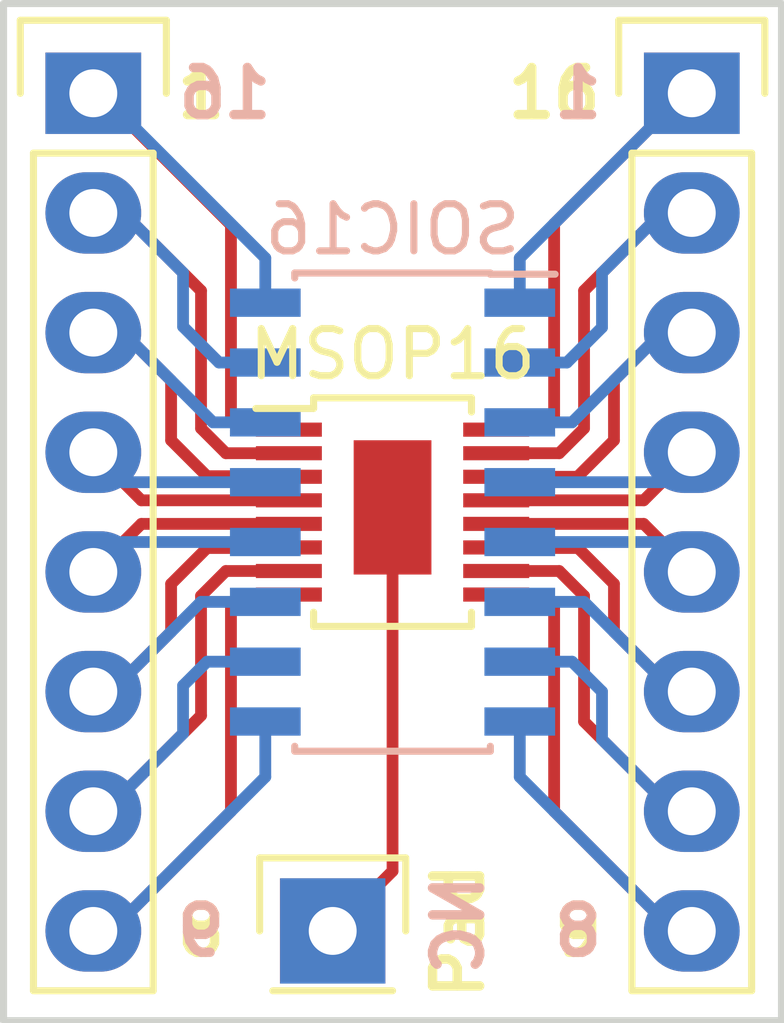
<source format=kicad_pcb>
(kicad_pcb (version 4) (host pcbnew 4.0.5+dfsg1-4)

  (general
    (links 0)
    (no_connects 0)
    (area 0 0 0 0)
    (thickness 1.6)
    (drawings 14)
    (tracks 128)
    (zones 0)
    (modules 6)
    (nets 1)
  )

  (page A4)
  (layers
    (0 F.Cu signal)
    (31 B.Cu signal)
    (34 B.Paste user)
    (35 F.Paste user)
    (36 B.SilkS user)
    (37 F.SilkS user)
    (38 B.Mask user)
    (39 F.Mask user)
    (40 Dwgs.User user)
    (41 Cmts.User user)
    (44 Edge.Cuts user)
    (45 Margin user)
  )

  (setup
    (last_trace_width 0.25)
    (trace_clearance 0.2)
    (zone_clearance 0.508)
    (zone_45_only no)
    (trace_min 0.2)
    (segment_width 0.2)
    (edge_width 0.15)
    (via_size 0.6)
    (via_drill 0.4)
    (via_min_size 0.4)
    (via_min_drill 0.3)
    (uvia_size 0.3)
    (uvia_drill 0.1)
    (uvias_allowed no)
    (uvia_min_size 0.2)
    (uvia_min_drill 0.1)
    (pcb_text_width 0.2)
    (pcb_text_size 1 1)
    (mod_edge_width 0.15)
    (mod_text_size 1 1)
    (mod_text_width 0.15)
    (pad_size 2.2 2.2)
    (pad_drill 2.2)
    (pad_to_mask_clearance 0.2)
    (aux_axis_origin 0 0)
    (visible_elements FFFFFF7F)
    (pcbplotparams
      (layerselection 0x00030_80000001)
      (usegerberextensions false)
      (excludeedgelayer true)
      (linewidth 0.100000)
      (plotframeref false)
      (viasonmask false)
      (mode 1)
      (useauxorigin false)
      (hpglpennumber 1)
      (hpglpenspeed 20)
      (hpglpendiameter 15)
      (hpglpenoverlay 2)
      (psnegative false)
      (psa4output false)
      (plotreference true)
      (plotvalue true)
      (plotinvisibletext false)
      (padsonsilk false)
      (subtractmaskfromsilk false)
      (outputformat 1)
      (mirror false)
      (drillshape 1)
      (scaleselection 1)
      (outputdirectory ""))
  )

  (net 0 "")

  (net_class Default "This is the default net class."
    (clearance 0.2)
    (trace_width 0.25)
    (via_dia 0.6)
    (via_drill 0.4)
    (uvia_dia 0.3)
    (uvia_drill 0.1)
  )

  (module Housings_SSOP:MSOP-16-1EP_3x4mm_Pitch0.5mm (layer F.Cu) (tedit 59A28CD3) (tstamp 59A28D06)
    (at 189.23 130.81)
    (descr "10-Lead Plastic Micro Small Outline Package (MS) [MSOP] (see Microchip Packaging Specification 00000049BS.pdf)")
    (tags "SSOP 0.5")
    (attr smd)
    (fp_text reference MSOP16 (at 0 -3.35) (layer F.SilkS)
      (effects (font (size 1 1) (thickness 0.15)))
    )
    (fp_text value MSOP-16-1EP_3x4mm_Pitch0.5mm (at 0 3.5) (layer F.Fab) hide
      (effects (font (size 1 1) (thickness 0.15)))
    )
    (fp_line (start -0.5 -2) (end 1.5 -2) (layer F.Fab) (width 0.15))
    (fp_line (start 1.5 -2) (end 1.5 2) (layer F.Fab) (width 0.15))
    (fp_line (start 1.5 2) (end -1.5 2) (layer F.Fab) (width 0.15))
    (fp_line (start -1.5 2) (end -1.5 -1) (layer F.Fab) (width 0.15))
    (fp_line (start -1.5 -1) (end -0.5 -2) (layer F.Fab) (width 0.15))
    (fp_line (start -3.15 -2.6) (end -3.15 2.6) (layer F.CrtYd) (width 0.05))
    (fp_line (start 3.15 -2.6) (end 3.15 2.6) (layer F.CrtYd) (width 0.05))
    (fp_line (start -3.15 -2.6) (end 3.15 -2.6) (layer F.CrtYd) (width 0.05))
    (fp_line (start -3.15 2.6) (end 3.15 2.6) (layer F.CrtYd) (width 0.05))
    (fp_line (start -1.675 -2.425) (end -1.675 -2.2) (layer F.SilkS) (width 0.15))
    (fp_line (start 1.675 -2.425) (end 1.675 -2.125) (layer F.SilkS) (width 0.15))
    (fp_line (start 1.675 2.425) (end 1.675 2.125) (layer F.SilkS) (width 0.15))
    (fp_line (start -1.675 2.425) (end -1.675 2.125) (layer F.SilkS) (width 0.15))
    (fp_line (start -1.675 -2.425) (end 1.675 -2.425) (layer F.SilkS) (width 0.15))
    (fp_line (start -1.675 2.425) (end 1.675 2.425) (layer F.SilkS) (width 0.15))
    (fp_line (start -1.675 -2.2) (end -2.9 -2.2) (layer F.SilkS) (width 0.15))
    (pad 1 smd rect (at -2.2 -1.75) (size 1.4 0.3) (layers F.Cu F.Paste F.Mask))
    (pad 2 smd rect (at -2.2 -1.25) (size 1.4 0.3) (layers F.Cu F.Paste F.Mask))
    (pad 3 smd rect (at -2.2 -0.75) (size 1.4 0.3) (layers F.Cu F.Paste F.Mask))
    (pad 4 smd rect (at -2.2 -0.25) (size 1.4 0.3) (layers F.Cu F.Paste F.Mask))
    (pad 5 smd rect (at -2.2 0.25) (size 1.4 0.3) (layers F.Cu F.Paste F.Mask))
    (pad 12 smd rect (at 2.2 0.25) (size 1.4 0.3) (layers F.Cu F.Paste F.Mask))
    (pad 13 smd rect (at 2.2 -0.25) (size 1.4 0.3) (layers F.Cu F.Paste F.Mask))
    (pad 14 smd rect (at 2.2 -0.75) (size 1.4 0.3) (layers F.Cu F.Paste F.Mask))
    (pad 15 smd rect (at 2.2 -1.25) (size 1.4 0.3) (layers F.Cu F.Paste F.Mask))
    (pad 16 smd rect (at 2.2 -1.75) (size 1.4 0.3) (layers F.Cu F.Paste F.Mask))
    (pad 6 smd rect (at -2.2 0.75) (size 1.4 0.3) (layers F.Cu F.Paste F.Mask))
    (pad 7 smd rect (at -2.2 1.25) (size 1.4 0.3) (layers F.Cu F.Paste F.Mask))
    (pad 8 smd rect (at -2.2 1.75) (size 1.4 0.3) (layers F.Cu F.Paste F.Mask))
    (pad 11 smd rect (at 2.2 0.75) (size 1.4 0.3) (layers F.Cu F.Paste F.Mask))
    (pad 10 smd rect (at 2.2 1.25) (size 1.4 0.3) (layers F.Cu F.Paste F.Mask))
    (pad 9 smd rect (at 2.2 1.75) (size 1.4 0.3) (layers F.Cu F.Paste F.Mask))
    (pad 17 smd rect (at 0 -0.1) (size 1.65 2.85) (layers F.Cu F.Paste F.Mask))
    (model Housings_SSOP.3dshapes/MSOP-16_3x4mm_Pitch0.5mm.wrl
      (at (xyz 0 0 0))
      (scale (xyz 1 1 1))
      (rotate (xyz 0 0 0))
    )
  )

  (module Pin_Headers:Pin_Header_Straight_1x08 (layer F.Cu) (tedit 59A28A48) (tstamp 59A338A3)
    (at 182.88 121.92)
    (descr "Through hole pin header")
    (tags "pin header")
    (fp_text reference REF** (at 0 -5.1) (layer F.SilkS) hide
      (effects (font (size 1 1) (thickness 0.15)))
    )
    (fp_text value Pin_Header_Straight_1x08 (at 0 -3.1) (layer F.Fab) hide
      (effects (font (size 1 1) (thickness 0.15)))
    )
    (fp_line (start -1.75 -1.75) (end -1.75 19.55) (layer F.CrtYd) (width 0.05))
    (fp_line (start 1.75 -1.75) (end 1.75 19.55) (layer F.CrtYd) (width 0.05))
    (fp_line (start -1.75 -1.75) (end 1.75 -1.75) (layer F.CrtYd) (width 0.05))
    (fp_line (start -1.75 19.55) (end 1.75 19.55) (layer F.CrtYd) (width 0.05))
    (fp_line (start 1.27 1.27) (end 1.27 19.05) (layer F.SilkS) (width 0.15))
    (fp_line (start 1.27 19.05) (end -1.27 19.05) (layer F.SilkS) (width 0.15))
    (fp_line (start -1.27 19.05) (end -1.27 1.27) (layer F.SilkS) (width 0.15))
    (fp_line (start 1.55 -1.55) (end 1.55 0) (layer F.SilkS) (width 0.15))
    (fp_line (start 1.27 1.27) (end -1.27 1.27) (layer F.SilkS) (width 0.15))
    (fp_line (start -1.55 0) (end -1.55 -1.55) (layer F.SilkS) (width 0.15))
    (fp_line (start -1.55 -1.55) (end 1.55 -1.55) (layer F.SilkS) (width 0.15))
    (pad 1 thru_hole rect (at 0 0) (size 2.032 1.7272) (drill 1.016) (layers *.Cu *.Mask))
    (pad 2 thru_hole oval (at 0 2.54) (size 2.032 1.7272) (drill 1.016) (layers *.Cu *.Mask))
    (pad 3 thru_hole oval (at 0 5.08) (size 2.032 1.7272) (drill 1.016) (layers *.Cu *.Mask))
    (pad 4 thru_hole oval (at 0 7.62) (size 2.032 1.7272) (drill 1.016) (layers *.Cu *.Mask))
    (pad 5 thru_hole oval (at 0 10.16) (size 2.032 1.7272) (drill 1.016) (layers *.Cu *.Mask))
    (pad 6 thru_hole oval (at 0 12.7) (size 2.032 1.7272) (drill 1.016) (layers *.Cu *.Mask))
    (pad 7 thru_hole oval (at 0 15.24) (size 2.032 1.7272) (drill 1.016) (layers *.Cu *.Mask))
    (pad 8 thru_hole oval (at 0 17.78) (size 2.032 1.7272) (drill 1.016) (layers *.Cu *.Mask))
    (model Pin_Headers.3dshapes/Pin_Header_Straight_1x08.wrl
      (at (xyz 0 -0.35 0))
      (scale (xyz 1 1 1))
      (rotate (xyz 0 0 90))
    )
  )

  (module Pin_Headers:Pin_Header_Straight_1x08 (layer F.Cu) (tedit 59A28A4B) (tstamp 59A3390C)
    (at 195.58 121.92)
    (descr "Through hole pin header")
    (tags "pin header")
    (fp_text reference REF** (at 0 -5.1) (layer F.SilkS) hide
      (effects (font (size 1 1) (thickness 0.15)))
    )
    (fp_text value Pin_Header_Straight_1x08 (at 0 -3.1) (layer F.Fab) hide
      (effects (font (size 1 1) (thickness 0.15)))
    )
    (fp_line (start -1.75 -1.75) (end -1.75 19.55) (layer F.CrtYd) (width 0.05))
    (fp_line (start 1.75 -1.75) (end 1.75 19.55) (layer F.CrtYd) (width 0.05))
    (fp_line (start -1.75 -1.75) (end 1.75 -1.75) (layer F.CrtYd) (width 0.05))
    (fp_line (start -1.75 19.55) (end 1.75 19.55) (layer F.CrtYd) (width 0.05))
    (fp_line (start 1.27 1.27) (end 1.27 19.05) (layer F.SilkS) (width 0.15))
    (fp_line (start 1.27 19.05) (end -1.27 19.05) (layer F.SilkS) (width 0.15))
    (fp_line (start -1.27 19.05) (end -1.27 1.27) (layer F.SilkS) (width 0.15))
    (fp_line (start 1.55 -1.55) (end 1.55 0) (layer F.SilkS) (width 0.15))
    (fp_line (start 1.27 1.27) (end -1.27 1.27) (layer F.SilkS) (width 0.15))
    (fp_line (start -1.55 0) (end -1.55 -1.55) (layer F.SilkS) (width 0.15))
    (fp_line (start -1.55 -1.55) (end 1.55 -1.55) (layer F.SilkS) (width 0.15))
    (pad 1 thru_hole rect (at 0 0) (size 2.032 1.7272) (drill 1.016) (layers *.Cu *.Mask))
    (pad 2 thru_hole oval (at 0 2.54) (size 2.032 1.7272) (drill 1.016) (layers *.Cu *.Mask))
    (pad 3 thru_hole oval (at 0 5.08) (size 2.032 1.7272) (drill 1.016) (layers *.Cu *.Mask))
    (pad 4 thru_hole oval (at 0 7.62) (size 2.032 1.7272) (drill 1.016) (layers *.Cu *.Mask))
    (pad 5 thru_hole oval (at 0 10.16) (size 2.032 1.7272) (drill 1.016) (layers *.Cu *.Mask))
    (pad 6 thru_hole oval (at 0 12.7) (size 2.032 1.7272) (drill 1.016) (layers *.Cu *.Mask))
    (pad 7 thru_hole oval (at 0 15.24) (size 2.032 1.7272) (drill 1.016) (layers *.Cu *.Mask))
    (pad 8 thru_hole oval (at 0 17.78) (size 2.032 1.7272) (drill 1.016) (layers *.Cu *.Mask))
    (model Pin_Headers.3dshapes/Pin_Header_Straight_1x08.wrl
      (at (xyz 0 -0.35 0))
      (scale (xyz 1 1 1))
      (rotate (xyz 0 0 90))
    )
  )

  (module Pin_Headers:Pin_Header_Straight_1x01 (layer F.Cu) (tedit 59A28B25) (tstamp 59A42A60)
    (at 187.96 139.7)
    (descr "Through hole pin header")
    (tags "pin header")
    (fp_text reference REF** (at 0 -5.1) (layer F.SilkS) hide
      (effects (font (size 1 1) (thickness 0.15)))
    )
    (fp_text value Pin_Header_Straight_1x01 (at 0 -3.1) (layer F.Fab) hide
      (effects (font (size 1 1) (thickness 0.15)))
    )
    (fp_line (start 1.55 -1.55) (end 1.55 0) (layer F.SilkS) (width 0.15))
    (fp_line (start -1.75 -1.75) (end -1.75 1.75) (layer F.CrtYd) (width 0.05))
    (fp_line (start 1.75 -1.75) (end 1.75 1.75) (layer F.CrtYd) (width 0.05))
    (fp_line (start -1.75 -1.75) (end 1.75 -1.75) (layer F.CrtYd) (width 0.05))
    (fp_line (start -1.75 1.75) (end 1.75 1.75) (layer F.CrtYd) (width 0.05))
    (fp_line (start -1.55 0) (end -1.55 -1.55) (layer F.SilkS) (width 0.15))
    (fp_line (start -1.55 -1.55) (end 1.55 -1.55) (layer F.SilkS) (width 0.15))
    (fp_line (start -1.27 1.27) (end 1.27 1.27) (layer F.SilkS) (width 0.15))
    (pad 1 thru_hole rect (at 0 0) (size 2.2352 2.2352) (drill 1.016) (layers *.Cu *.Mask))
    (model Pin_Headers.3dshapes/Pin_Header_Straight_1x01.wrl
      (at (xyz 0 0 0))
      (scale (xyz 1 1 1))
      (rotate (xyz 0 0 90))
    )
  )

  (module Housings_SOIC:SOIC-16_3.9x9.9mm_Pitch1.27mm (layer B.Cu) (tedit 59A28CCA) (tstamp 59A4F618)
    (at 189.23 130.81 180)
    (descr "16-Lead Plastic Small Outline (SL) - Narrow, 3.90 mm Body [SOIC] (see Microchip Packaging Specification 00000049BS.pdf)")
    (tags "SOIC 1.27")
    (attr smd)
    (fp_text reference SOIC16 (at 0 6 180) (layer B.SilkS)
      (effects (font (size 1 1) (thickness 0.15)) (justify mirror))
    )
    (fp_text value SOIC-16_3.9x9.9mm_Pitch1.27mm (at 0 -6 180) (layer B.Fab) hide
      (effects (font (size 1 1) (thickness 0.15)) (justify mirror))
    )
    (fp_line (start -0.95 4.95) (end 1.95 4.95) (layer B.Fab) (width 0.15))
    (fp_line (start 1.95 4.95) (end 1.95 -4.95) (layer B.Fab) (width 0.15))
    (fp_line (start 1.95 -4.95) (end -1.95 -4.95) (layer B.Fab) (width 0.15))
    (fp_line (start -1.95 -4.95) (end -1.95 3.95) (layer B.Fab) (width 0.15))
    (fp_line (start -1.95 3.95) (end -0.95 4.95) (layer B.Fab) (width 0.15))
    (fp_line (start -3.7 5.25) (end -3.7 -5.25) (layer B.CrtYd) (width 0.05))
    (fp_line (start 3.7 5.25) (end 3.7 -5.25) (layer B.CrtYd) (width 0.05))
    (fp_line (start -3.7 5.25) (end 3.7 5.25) (layer B.CrtYd) (width 0.05))
    (fp_line (start -3.7 -5.25) (end 3.7 -5.25) (layer B.CrtYd) (width 0.05))
    (fp_line (start -2.075 5.075) (end -2.075 5.05) (layer B.SilkS) (width 0.15))
    (fp_line (start 2.075 5.075) (end 2.075 4.97) (layer B.SilkS) (width 0.15))
    (fp_line (start 2.075 -5.075) (end 2.075 -4.97) (layer B.SilkS) (width 0.15))
    (fp_line (start -2.075 -5.075) (end -2.075 -4.97) (layer B.SilkS) (width 0.15))
    (fp_line (start -2.075 5.075) (end 2.075 5.075) (layer B.SilkS) (width 0.15))
    (fp_line (start -2.075 -5.075) (end 2.075 -5.075) (layer B.SilkS) (width 0.15))
    (fp_line (start -2.075 5.05) (end -3.45 5.05) (layer B.SilkS) (width 0.15))
    (pad 1 smd rect (at -2.7 4.445 180) (size 1.5 0.6) (layers B.Cu B.Paste B.Mask))
    (pad 2 smd rect (at -2.7 3.175 180) (size 1.5 0.6) (layers B.Cu B.Paste B.Mask))
    (pad 3 smd rect (at -2.7 1.905 180) (size 1.5 0.6) (layers B.Cu B.Paste B.Mask))
    (pad 4 smd rect (at -2.7 0.635 180) (size 1.5 0.6) (layers B.Cu B.Paste B.Mask))
    (pad 5 smd rect (at -2.7 -0.635 180) (size 1.5 0.6) (layers B.Cu B.Paste B.Mask))
    (pad 6 smd rect (at -2.7 -1.905 180) (size 1.5 0.6) (layers B.Cu B.Paste B.Mask))
    (pad 7 smd rect (at -2.7 -3.175 180) (size 1.5 0.6) (layers B.Cu B.Paste B.Mask))
    (pad 8 smd rect (at -2.7 -4.445 180) (size 1.5 0.6) (layers B.Cu B.Paste B.Mask))
    (pad 9 smd rect (at 2.7 -4.445 180) (size 1.5 0.6) (layers B.Cu B.Paste B.Mask))
    (pad 10 smd rect (at 2.7 -3.175 180) (size 1.5 0.6) (layers B.Cu B.Paste B.Mask))
    (pad 11 smd rect (at 2.7 -1.905 180) (size 1.5 0.6) (layers B.Cu B.Paste B.Mask))
    (pad 12 smd rect (at 2.7 -0.635 180) (size 1.5 0.6) (layers B.Cu B.Paste B.Mask))
    (pad 13 smd rect (at 2.7 0.635 180) (size 1.5 0.6) (layers B.Cu B.Paste B.Mask))
    (pad 14 smd rect (at 2.7 1.905 180) (size 1.5 0.6) (layers B.Cu B.Paste B.Mask))
    (pad 15 smd rect (at 2.7 3.175 180) (size 1.5 0.6) (layers B.Cu B.Paste B.Mask))
    (pad 16 smd rect (at 2.7 4.445 180) (size 1.5 0.6) (layers B.Cu B.Paste B.Mask))
    (model Housings_SOIC.3dshapes/SOIC-16_3.9x9.9mm_Pitch1.27mm.wrl
      (at (xyz 0 0 0))
      (scale (xyz 1 1 1))
      (rotate (xyz 0 0 0))
    )
  )

  (module Mounting_Holes:MountingHole_2.2mm_M2 (layer F.Cu) (tedit 59A28EBE) (tstamp 59A70191)
    (at 189.23 122.809)
    (descr "Mounting Hole 2.2mm, no annular, M2")
    (tags "mounting hole 2.2mm no annular m2")
    (fp_text reference REF** (at 0 -3.2) (layer F.SilkS) hide
      (effects (font (size 1 1) (thickness 0.15)))
    )
    (fp_text value MountingHole_2.2mm_M2 (at 0 3.2) (layer F.Fab) hide
      (effects (font (size 1 1) (thickness 0.15)))
    )
    (fp_circle (center 0 0) (end 2.2 0) (layer Cmts.User) (width 0.15))
    (fp_circle (center 0 0) (end 2.45 0) (layer F.CrtYd) (width 0.05))
    (pad 1 np_thru_hole circle (at 0 0) (size 2.2 2.2) (drill 2.2) (layers *.Cu *.Mask))
  )

  (gr_line (start 197.485 120.015) (end 180.975 120.015) (angle 90) (layer Edge.Cuts) (width 0.15))
  (gr_line (start 197.485 141.605) (end 197.485 120.015) (angle 90) (layer Edge.Cuts) (width 0.15))
  (gr_line (start 180.975 141.605) (end 197.485 141.605) (angle 90) (layer Edge.Cuts) (width 0.15))
  (gr_line (start 180.975 120.015) (end 180.975 141.605) (angle 90) (layer Edge.Cuts) (width 0.15))
  (gr_text NC (at 190.627 139.573 90) (layer B.SilkS)
    (effects (font (size 1 1) (thickness 0.2)) (justify mirror))
  )
  (gr_text 9 (at 185.166 139.7) (layer B.SilkS)
    (effects (font (size 1 1) (thickness 0.2)) (justify mirror))
  )
  (gr_text 8 (at 193.167 139.7) (layer B.SilkS)
    (effects (font (size 1 1) (thickness 0.2)) (justify mirror))
  )
  (gr_text 16 (at 185.674 121.92) (layer B.SilkS)
    (effects (font (size 1 1) (thickness 0.2)) (justify mirror))
  )
  (gr_text 1 (at 193.167 121.92) (layer B.SilkS)
    (effects (font (size 1 1) (thickness 0.2)) (justify mirror))
  )
  (gr_text Pad (at 190.627 139.7 90) (layer F.SilkS)
    (effects (font (size 1 1) (thickness 0.2)))
  )
  (gr_text 9 (at 193.167 139.7) (layer F.SilkS)
    (effects (font (size 1 1) (thickness 0.2)))
  )
  (gr_text 8 (at 185.166 139.7) (layer F.SilkS)
    (effects (font (size 1 1) (thickness 0.2)))
  )
  (gr_text 16 (at 192.659 121.92) (layer F.SilkS)
    (effects (font (size 1 1) (thickness 0.2)))
  )
  (gr_text 1 (at 185.166 121.92) (layer F.SilkS)
    (effects (font (size 1 1) (thickness 0.2)))
  )

  (segment (start 186.53 133.985) (end 185.293 133.985) (width 0.25) (layer B.Cu) (net 0))
  (segment (start 185.293 133.985) (end 184.785 134.493) (width 0.25) (layer B.Cu) (net 0))
  (segment (start 184.785 134.493) (end 184.785 135.509) (width 0.25) (layer B.Cu) (net 0))
  (segment (start 183.134 137.16) (end 182.88 137.16) (width 0.25) (layer B.Cu) (net 0))
  (segment (start 184.785 135.509) (end 183.134 137.16) (width 0.25) (layer B.Cu) (net 0))
  (segment (start 191.93 128.905) (end 193.04 128.905) (width 0.25) (layer B.Cu) (net 0))
  (segment (start 193.04 128.905) (end 194.945 127) (width 0.25) (layer B.Cu) (net 0))
  (segment (start 194.945 127) (end 195.58 127) (width 0.25) (layer B.Cu) (net 0))
  (segment (start 186.53 127.635) (end 185.547 127.635) (width 0.25) (layer B.Cu) (net 0))
  (segment (start 185.547 127.635) (end 184.785 126.873) (width 0.25) (layer B.Cu) (net 0))
  (segment (start 184.785 126.873) (end 184.785 125.73) (width 0.25) (layer B.Cu) (net 0))
  (segment (start 184.785 125.73) (end 183.515 124.46) (width 0.25) (layer B.Cu) (net 0))
  (segment (start 183.515 124.46) (end 182.88 124.46) (width 0.25) (layer B.Cu) (net 0))
  (segment (start 191.93 127.635) (end 192.93 127.635) (width 0.25) (layer B.Cu) (net 0))
  (segment (start 192.93 127.635) (end 193.675 126.89) (width 0.25) (layer B.Cu) (net 0))
  (segment (start 193.675 126.89) (end 193.675 125.73) (width 0.25) (layer B.Cu) (net 0))
  (segment (start 193.675 125.73) (end 194.945 124.46) (width 0.25) (layer B.Cu) (net 0))
  (segment (start 194.945 124.46) (end 195.58 124.46) (width 0.25) (layer B.Cu) (net 0))
  (segment (start 186.53 128.905) (end 185.42 128.905) (width 0.25) (layer B.Cu) (net 0))
  (segment (start 185.42 128.905) (end 183.515 127) (width 0.25) (layer B.Cu) (net 0))
  (segment (start 183.515 127) (end 182.88 127) (width 0.25) (layer B.Cu) (net 0))
  (segment (start 191.93 132.715) (end 193.294 132.715) (width 0.25) (layer B.Cu) (net 0))
  (segment (start 193.294 132.715) (end 195.199 134.62) (width 0.25) (layer B.Cu) (net 0))
  (segment (start 195.199 134.62) (end 195.58 134.62) (width 0.25) (layer B.Cu) (net 0))
  (segment (start 186.53 132.715) (end 185.166 132.715) (width 0.25) (layer B.Cu) (net 0))
  (segment (start 185.166 132.715) (end 183.261 134.62) (width 0.25) (layer B.Cu) (net 0))
  (segment (start 183.261 134.62) (end 182.88 134.62) (width 0.25) (layer B.Cu) (net 0))
  (segment (start 186.53 135.255) (end 186.53 136.431) (width 0.25) (layer B.Cu) (net 0))
  (segment (start 186.53 136.431) (end 183.261 139.7) (width 0.25) (layer B.Cu) (net 0))
  (segment (start 183.261 139.7) (end 182.88 139.7) (width 0.25) (layer B.Cu) (net 0))
  (segment (start 191.93 135.255) (end 191.93 136.431) (width 0.25) (layer B.Cu) (net 0))
  (segment (start 191.93 136.431) (end 195.199 139.7) (width 0.25) (layer B.Cu) (net 0))
  (segment (start 195.199 139.7) (end 195.58 139.7) (width 0.25) (layer B.Cu) (net 0))
  (segment (start 191.93 133.985) (end 193.04 133.985) (width 0.25) (layer B.Cu) (net 0))
  (segment (start 193.04 133.985) (end 193.675 134.62) (width 0.25) (layer B.Cu) (net 0))
  (segment (start 193.675 134.62) (end 193.675 135.636) (width 0.25) (layer B.Cu) (net 0))
  (segment (start 193.675 135.636) (end 195.199 137.16) (width 0.25) (layer B.Cu) (net 0))
  (segment (start 195.199 137.16) (end 195.58 137.16) (width 0.25) (layer B.Cu) (net 0))
  (segment (start 186.53 131.445) (end 183.515 131.445) (width 0.25) (layer B.Cu) (net 0))
  (segment (start 183.515 131.445) (end 182.88 132.08) (width 0.25) (layer B.Cu) (net 0))
  (segment (start 186.53 130.175) (end 183.515 130.175) (width 0.25) (layer B.Cu) (net 0))
  (segment (start 183.515 130.175) (end 182.88 129.54) (width 0.25) (layer B.Cu) (net 0))
  (segment (start 186.53 126.365) (end 186.53 125.4176) (width 0.25) (layer B.Cu) (net 0))
  (segment (start 186.53 125.4176) (end 183.0324 121.92) (width 0.25) (layer B.Cu) (net 0))
  (segment (start 183.0324 121.92) (end 182.88 121.92) (width 0.25) (layer B.Cu) (net 0))
  (segment (start 191.93 131.445) (end 194.945 131.445) (width 0.25) (layer B.Cu) (net 0))
  (segment (start 194.945 131.445) (end 195.58 132.08) (width 0.25) (layer B.Cu) (net 0))
  (segment (start 191.93 130.175) (end 194.945 130.175) (width 0.25) (layer B.Cu) (net 0))
  (segment (start 194.945 130.175) (end 195.58 129.54) (width 0.25) (layer B.Cu) (net 0))
  (segment (start 191.93 126.365) (end 191.93 125.4176) (width 0.25) (layer B.Cu) (net 0))
  (segment (start 191.93 125.4176) (end 195.4276 121.92) (width 0.25) (layer B.Cu) (net 0))
  (segment (start 195.4276 121.92) (end 195.58 121.92) (width 0.25) (layer B.Cu) (net 0))
  (segment (start 189.23 130.71) (end 189.23 138.43) (width 0.25) (layer F.Cu) (net 0))
  (segment (start 189.23 138.43) (end 187.96 139.7) (width 0.25) (layer F.Cu) (net 0))
  (segment (start 191.43 131.56) (end 192.38 131.56) (width 0.25) (layer F.Cu) (net 0))
  (segment (start 192.38 131.56) (end 192.392 131.572) (width 0.25) (layer F.Cu) (net 0))
  (segment (start 192.392 131.572) (end 193.167 131.572) (width 0.25) (layer F.Cu) (net 0))
  (segment (start 193.167 131.572) (end 193.929 132.334) (width 0.25) (layer F.Cu) (net 0))
  (segment (start 193.929 132.334) (end 193.929 133.35) (width 0.25) (layer F.Cu) (net 0))
  (segment (start 195.199 134.62) (end 195.58 134.62) (width 0.25) (layer F.Cu) (net 0))
  (segment (start 193.929 133.35) (end 195.199 134.62) (width 0.25) (layer F.Cu) (net 0))
  (segment (start 191.43 132.06) (end 192.766 132.06) (width 0.25) (layer F.Cu) (net 0))
  (segment (start 192.766 132.06) (end 193.294 132.588) (width 0.25) (layer F.Cu) (net 0))
  (segment (start 195.199 137.16) (end 195.58 137.16) (width 0.25) (layer F.Cu) (net 0))
  (segment (start 193.294 132.588) (end 193.294 135.255) (width 0.25) (layer F.Cu) (net 0))
  (segment (start 193.294 135.255) (end 195.199 137.16) (width 0.25) (layer F.Cu) (net 0))
  (segment (start 191.43 132.56) (end 192.38 132.56) (width 0.25) (layer F.Cu) (net 0))
  (segment (start 192.38 132.56) (end 192.659 132.839) (width 0.25) (layer F.Cu) (net 0))
  (segment (start 192.659 132.839) (end 192.659 137.16) (width 0.25) (layer F.Cu) (net 0))
  (segment (start 192.659 137.16) (end 195.199 139.7) (width 0.25) (layer F.Cu) (net 0))
  (segment (start 195.199 139.7) (end 195.58 139.7) (width 0.25) (layer F.Cu) (net 0))
  (segment (start 191.43 130.06) (end 193.155 130.06) (width 0.25) (layer F.Cu) (net 0))
  (segment (start 194.945 127) (end 195.58 127) (width 0.25) (layer F.Cu) (net 0))
  (segment (start 193.155 130.06) (end 193.929 129.286) (width 0.25) (layer F.Cu) (net 0))
  (segment (start 193.929 129.286) (end 193.929 128.016) (width 0.25) (layer F.Cu) (net 0))
  (segment (start 193.929 128.016) (end 194.945 127) (width 0.25) (layer F.Cu) (net 0))
  (segment (start 191.43 131.06) (end 194.56 131.06) (width 0.25) (layer F.Cu) (net 0))
  (segment (start 194.56 131.06) (end 195.58 132.08) (width 0.25) (layer F.Cu) (net 0))
  (segment (start 191.43 130.56) (end 194.56 130.56) (width 0.25) (layer F.Cu) (net 0))
  (segment (start 194.56 130.56) (end 195.58 129.54) (width 0.25) (layer F.Cu) (net 0))
  (segment (start 191.43 129.56) (end 192.766 129.56) (width 0.25) (layer F.Cu) (net 0))
  (segment (start 193.294 129.032) (end 193.294 126.111) (width 0.25) (layer F.Cu) (net 0))
  (segment (start 192.766 129.56) (end 193.294 129.032) (width 0.25) (layer F.Cu) (net 0))
  (segment (start 193.294 126.111) (end 194.945 124.46) (width 0.25) (layer F.Cu) (net 0))
  (segment (start 194.945 124.46) (end 195.58 124.46) (width 0.25) (layer F.Cu) (net 0))
  (segment (start 191.43 129.06) (end 192.38 129.06) (width 0.25) (layer F.Cu) (net 0))
  (segment (start 192.38 129.06) (end 192.659 128.781) (width 0.25) (layer F.Cu) (net 0))
  (segment (start 192.659 128.781) (end 192.659 124.6886) (width 0.25) (layer F.Cu) (net 0))
  (segment (start 192.659 124.6886) (end 195.4276 121.92) (width 0.25) (layer F.Cu) (net 0))
  (segment (start 195.4276 121.92) (end 195.58 121.92) (width 0.25) (layer F.Cu) (net 0))
  (segment (start 187.03 132.56) (end 186.08 132.56) (width 0.25) (layer F.Cu) (net 0))
  (segment (start 186.08 132.56) (end 185.801 132.839) (width 0.25) (layer F.Cu) (net 0))
  (segment (start 185.801 132.839) (end 185.801 137.16) (width 0.25) (layer F.Cu) (net 0))
  (segment (start 185.801 137.16) (end 183.261 139.7) (width 0.25) (layer F.Cu) (net 0))
  (segment (start 183.261 139.7) (end 182.88 139.7) (width 0.25) (layer F.Cu) (net 0))
  (segment (start 187.03 132.06) (end 185.694 132.06) (width 0.25) (layer F.Cu) (net 0))
  (segment (start 183.134 137.16) (end 182.88 137.16) (width 0.25) (layer F.Cu) (net 0))
  (segment (start 185.694 132.06) (end 185.166 132.588) (width 0.25) (layer F.Cu) (net 0))
  (segment (start 185.166 132.588) (end 185.166 135.128) (width 0.25) (layer F.Cu) (net 0))
  (segment (start 185.166 135.128) (end 183.134 137.16) (width 0.25) (layer F.Cu) (net 0))
  (segment (start 187.03 131.56) (end 186.08 131.56) (width 0.25) (layer F.Cu) (net 0))
  (segment (start 186.08 131.56) (end 186.068 131.572) (width 0.25) (layer F.Cu) (net 0))
  (segment (start 186.068 131.572) (end 185.293 131.572) (width 0.25) (layer F.Cu) (net 0))
  (segment (start 185.293 131.572) (end 184.531 132.334) (width 0.25) (layer F.Cu) (net 0))
  (segment (start 184.531 132.334) (end 184.531 133.35) (width 0.25) (layer F.Cu) (net 0))
  (segment (start 184.531 133.35) (end 183.261 134.62) (width 0.25) (layer F.Cu) (net 0))
  (segment (start 183.261 134.62) (end 182.88 134.62) (width 0.25) (layer F.Cu) (net 0))
  (segment (start 187.03 130.06) (end 186.08 130.06) (width 0.25) (layer F.Cu) (net 0))
  (segment (start 186.08 130.06) (end 186.068 130.048) (width 0.25) (layer F.Cu) (net 0))
  (segment (start 186.068 130.048) (end 185.293 130.048) (width 0.25) (layer F.Cu) (net 0))
  (segment (start 185.293 130.048) (end 184.531 129.286) (width 0.25) (layer F.Cu) (net 0))
  (segment (start 184.531 129.286) (end 184.531 128.016) (width 0.25) (layer F.Cu) (net 0))
  (segment (start 184.531 128.016) (end 183.515 127) (width 0.25) (layer F.Cu) (net 0))
  (segment (start 183.515 127) (end 182.88 127) (width 0.25) (layer F.Cu) (net 0))
  (segment (start 187.03 129.56) (end 185.694 129.56) (width 0.25) (layer F.Cu) (net 0))
  (segment (start 185.694 129.56) (end 185.166 129.032) (width 0.25) (layer F.Cu) (net 0))
  (segment (start 185.166 126.111) (end 183.515 124.46) (width 0.25) (layer F.Cu) (net 0))
  (segment (start 185.166 129.032) (end 185.166 126.111) (width 0.25) (layer F.Cu) (net 0))
  (segment (start 183.515 124.46) (end 182.88 124.46) (width 0.25) (layer F.Cu) (net 0))
  (segment (start 187.03 129.06) (end 186.08 129.06) (width 0.25) (layer F.Cu) (net 0))
  (segment (start 186.08 129.06) (end 185.801 128.781) (width 0.25) (layer F.Cu) (net 0))
  (segment (start 185.801 128.781) (end 185.801 124.714) (width 0.25) (layer F.Cu) (net 0))
  (segment (start 185.801 124.714) (end 183.007 121.92) (width 0.25) (layer F.Cu) (net 0))
  (segment (start 183.007 121.92) (end 182.88 121.92) (width 0.25) (layer F.Cu) (net 0))
  (segment (start 187.03 131.06) (end 183.9 131.06) (width 0.25) (layer F.Cu) (net 0))
  (segment (start 183.9 131.06) (end 182.88 132.08) (width 0.25) (layer F.Cu) (net 0))
  (segment (start 187.03 130.56) (end 183.9 130.56) (width 0.25) (layer F.Cu) (net 0))
  (segment (start 183.9 130.56) (end 182.88 129.54) (width 0.25) (layer F.Cu) (net 0))

)

</source>
